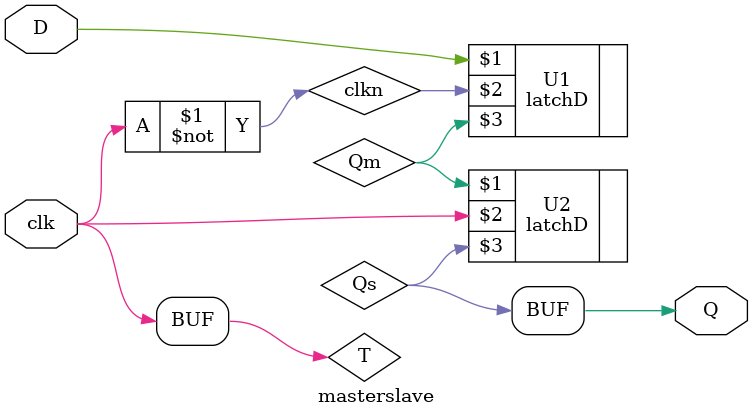
<source format=v>
module masterslave (D, clk, Q);
	input D, clk;
	output Q;
	
	wire clkn, Qm, Qs, T /*synthesis keep*/;
	
	assign clkn = ~clk;
	assign T	= clk;
	latchD U1(D, clkn, Qm);
	latchD U2(Qm, T, Qs);
	assign Q = Qs;
	
endmodule
</source>
